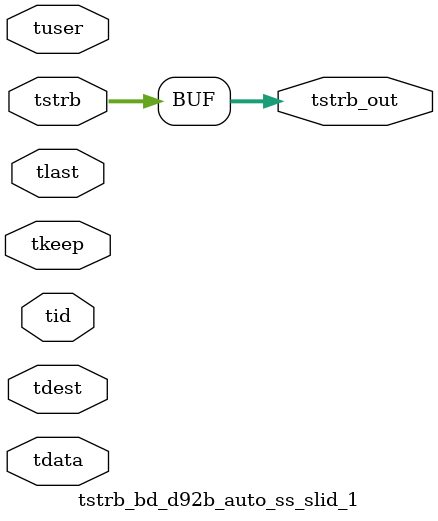
<source format=v>


`timescale 1ps/1ps

module tstrb_bd_d92b_auto_ss_slid_1 #
(
parameter C_S_AXIS_TDATA_WIDTH = 32,
parameter C_S_AXIS_TUSER_WIDTH = 0,
parameter C_S_AXIS_TID_WIDTH   = 0,
parameter C_S_AXIS_TDEST_WIDTH = 0,
parameter C_M_AXIS_TDATA_WIDTH = 32
)
(
input  [(C_S_AXIS_TDATA_WIDTH == 0 ? 1 : C_S_AXIS_TDATA_WIDTH)-1:0     ] tdata,
input  [(C_S_AXIS_TUSER_WIDTH == 0 ? 1 : C_S_AXIS_TUSER_WIDTH)-1:0     ] tuser,
input  [(C_S_AXIS_TID_WIDTH   == 0 ? 1 : C_S_AXIS_TID_WIDTH)-1:0       ] tid,
input  [(C_S_AXIS_TDEST_WIDTH == 0 ? 1 : C_S_AXIS_TDEST_WIDTH)-1:0     ] tdest,
input  [(C_S_AXIS_TDATA_WIDTH/8)-1:0 ] tkeep,
input  [(C_S_AXIS_TDATA_WIDTH/8)-1:0 ] tstrb,
input                                                                    tlast,
output [(C_M_AXIS_TDATA_WIDTH/8)-1:0 ] tstrb_out
);

assign tstrb_out = {tstrb[7:0]};

endmodule


</source>
